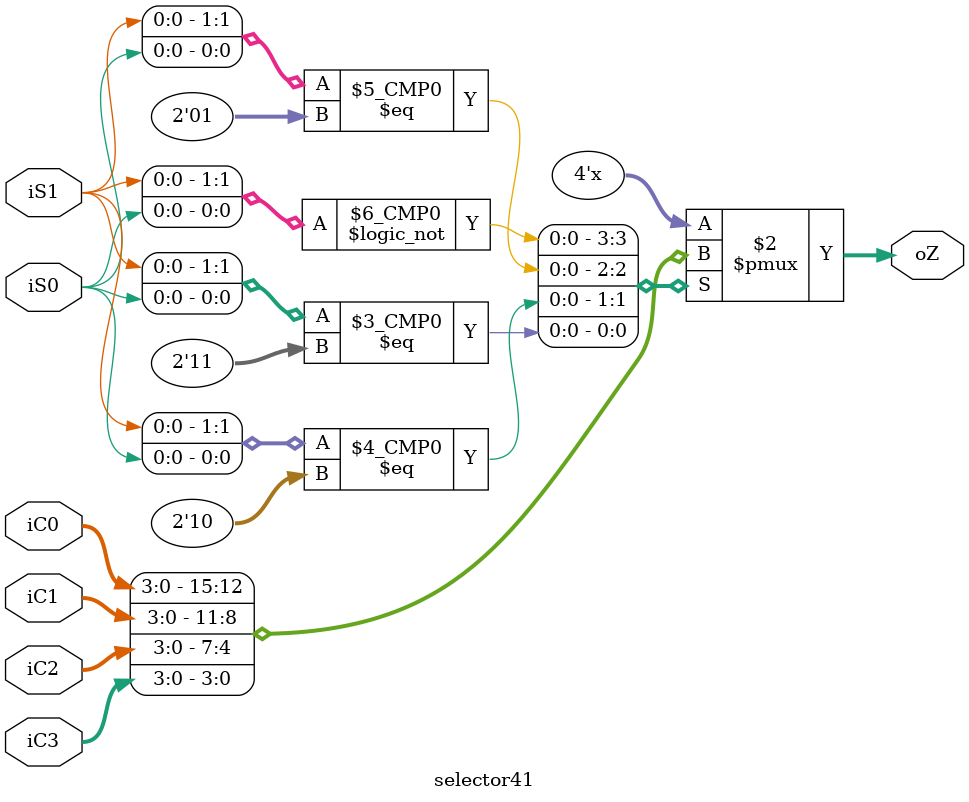
<source format=v>
`timescale 1ns / 1ps


module selector41(iC0,iC1,iC2,iC3,iS1,iS0,oZ);
    input [3:0] iC0;
    input [3:0] iC1;
    input [3:0] iC2;
    input [3:0] iC3;
    input iS1;
    input iS0;
    output reg [3:0] oZ;

    always @(*) begin  
        case ({iS1, iS0})  // Combine iS2 and iS1 into a 2-bit selector  
            2'b00: oZ = iC0;  // When iS1=0 and iS2=0, select iC0  
            2'b01: oZ = iC1;  // When iS1=0 and iS0=1, select iC1  
            2'b10: oZ = iC2;  // When iS1=1 and iS0=0, select iC2  
            2'b11: oZ = iC3;  // When iS1=1 and iS0=1, select iC3  
            default: oZ = 4'b0000;  // Default case, though it should never be reached  
        endcase  
    end  
endmodule

</source>
